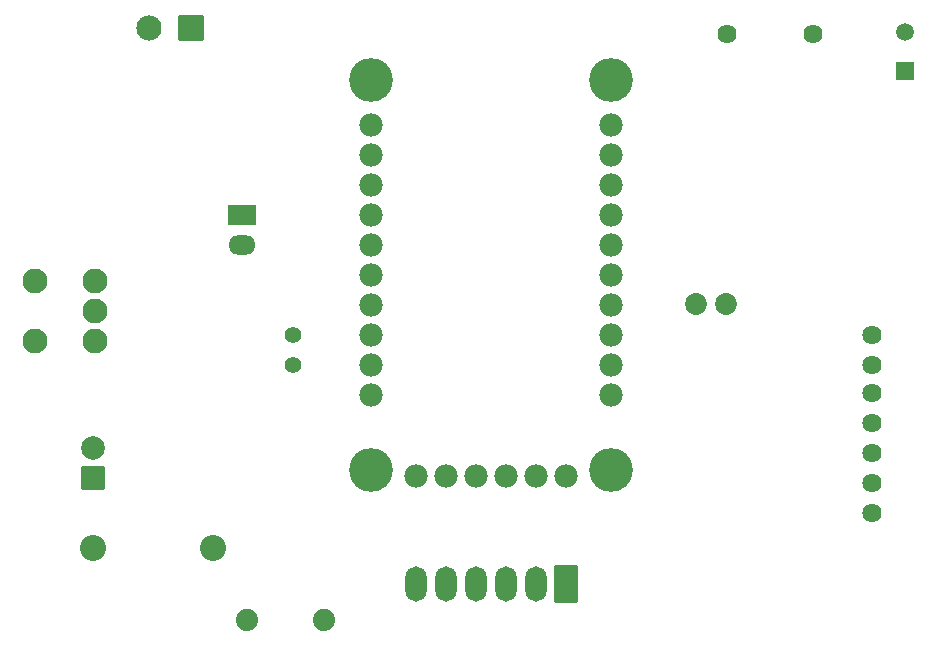
<source format=gbs>
G04 Layer: BottomSolderMaskLayer*
G04 EasyEDA v6.5.15, 2022-10-10 10:29:27*
G04 Gerber Generator version 0.2*
G04 Scale: 100 percent, Rotated: No, Reflected: No *
G04 Dimensions in millimeters *
G04 leading zeros omitted , absolute positions ,4 integer and 5 decimal *
%FSLAX45Y45*%
%MOMM*%

%AMMACRO1*1,1,$1,$2,$3*1,1,$1,$4,$5*1,1,$1,0-$2,0-$3*1,1,$1,0-$4,0-$5*20,1,$1,$2,$3,$4,$5,0*20,1,$1,$4,$5,0-$2,0-$3,0*20,1,$1,0-$2,0-$3,0-$4,0-$5,0*20,1,$1,0-$4,0-$5,$2,$3,0*4,1,4,$2,$3,$4,$5,0-$2,0-$3,0-$4,0-$5,$2,$3,0*%
%ADD10C,1.8542*%
%ADD11C,1.8796*%
%ADD12C,1.3970*%
%ADD13MACRO1,0.1016X-1.15X-0.825X-1.15X0.825*%
%ADD14O,2.2999954X1.6500094*%
%ADD15C,2.0032*%
%ADD16MACRO1,0.2032X0.8999X0.8999X0.8999X-0.8999*%
%ADD17O,1.7999964X2.999994*%
%ADD18MACRO1,0.2032X0.9X-1.5X-0.9X-1.5*%
%ADD19MACRO1,0.1016X1.016X-1.016X-1.016X-1.016*%
%ADD20C,2.1336*%
%ADD21C,2.2032*%
%ADD22C,2.1016*%
%ADD23C,3.7084*%
%ADD24C,1.9812*%
%ADD25C,1.6256*%
%ADD26R,1.4986X1.4986*%
%ADD27C,1.4986*%
%ADD28C,1.6240*%

%LPD*%
D10*
G01*
X6616700Y5753100D03*
G01*
X6870700Y5753100D03*
D11*
G01*
X3461893Y3073400D03*
G01*
X2811906Y3073400D03*
D12*
G01*
X3200400Y5232400D03*
G01*
X3200400Y5486400D03*
D13*
G01*
X2768600Y6502400D03*
D14*
G01*
X2768600Y6248400D03*
D15*
G01*
X1511300Y4533900D03*
D16*
G01*
X1511300Y4279900D03*
D17*
G01*
X4241800Y3378200D03*
G01*
X4495800Y3378200D03*
G01*
X4749800Y3378200D03*
G01*
X5003800Y3378200D03*
G01*
X5257800Y3378200D03*
D18*
G01*
X5511800Y3378200D03*
D19*
G01*
X2335199Y8089900D03*
D20*
G01*
X1985187Y8089900D03*
D21*
G01*
X1511300Y3683000D03*
G01*
X2527300Y3683000D03*
D22*
G01*
X1524000Y5689600D03*
G01*
X1524000Y5943600D03*
G01*
X1524000Y5435600D03*
G01*
X1016000Y5943600D03*
G01*
X1016000Y5435600D03*
D23*
G01*
X5892800Y7645400D03*
D24*
G01*
X5892800Y4978400D03*
G01*
X5892800Y5232400D03*
G01*
X5892800Y5486400D03*
G01*
X5892800Y5740400D03*
G01*
X5892800Y5994400D03*
G01*
X5892800Y6248400D03*
G01*
X5892800Y6502400D03*
G01*
X5892800Y6756400D03*
G01*
X5892800Y7010400D03*
G01*
X5892800Y7264400D03*
D23*
G01*
X5892800Y4343400D03*
D24*
G01*
X5511800Y4292600D03*
G01*
X4241800Y4292600D03*
G01*
X4495800Y4292600D03*
G01*
X4749800Y4292600D03*
G01*
X5003800Y4292600D03*
G01*
X5257800Y4292600D03*
D23*
G01*
X3860800Y4343400D03*
D24*
G01*
X3860800Y4978400D03*
G01*
X3860800Y7264400D03*
G01*
X3860800Y7010400D03*
G01*
X3860800Y6756400D03*
G01*
X3860800Y6502400D03*
G01*
X3860800Y6248400D03*
G01*
X3860800Y5994400D03*
G01*
X3860800Y5740400D03*
G01*
X3860800Y5486400D03*
G01*
X3860800Y5232400D03*
G01*
X3860800Y4978400D03*
D23*
G01*
X3860800Y7645400D03*
D25*
G01*
X8107908Y5494096D03*
G01*
X8107908Y5240096D03*
G01*
X8107908Y4999101D03*
G01*
X8107908Y4745101D03*
G01*
X8107908Y4491101D03*
G01*
X8107908Y4237101D03*
G01*
X8107908Y3983101D03*
D26*
G01*
X8382000Y7721600D03*
D27*
G01*
X8382000Y8051800D03*
D28*
G01*
X7603997Y8039100D03*
G01*
X6874002Y8039100D03*
M02*

</source>
